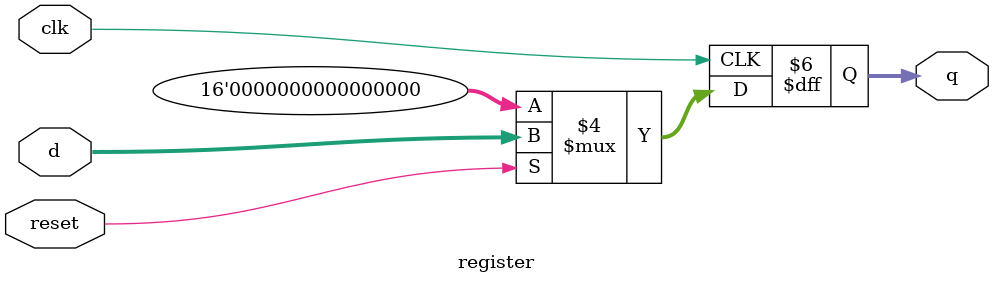
<source format=v>
module register #(parameter SIZE=16)
	(input reset, clk,
	input [SIZE-1:0] d, 
	output reg [SIZE-1:0] q);

	always @(posedge clk) begin
		if(~reset)
			q = 0;
		else
			q = d;
	end
endmodule 
</source>
